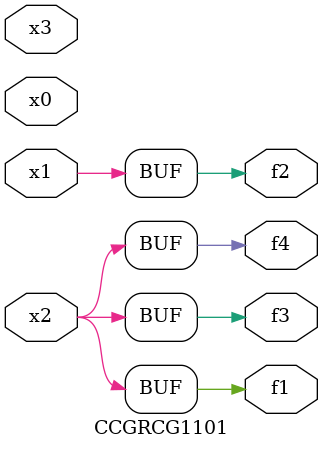
<source format=v>
module CCGRCG1101(
	input x0, x1, x2, x3,
	output f1, f2, f3, f4
);
	assign f1 = x2;
	assign f2 = x1;
	assign f3 = x2;
	assign f4 = x2;
endmodule

</source>
